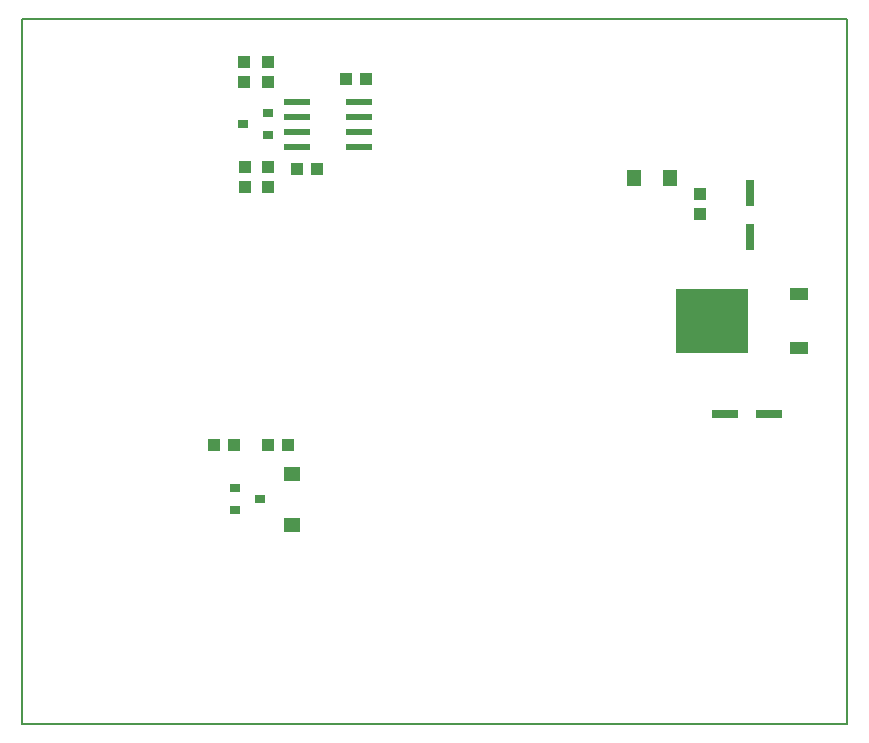
<source format=gtp>
G75*
%MOIN*%
%OFA0B0*%
%FSLAX25Y25*%
%IPPOS*%
%LPD*%
%AMOC8*
5,1,8,0,0,1.08239X$1,22.5*
%
%ADD10C,0.00800*%
%ADD11R,0.08700X0.02400*%
%ADD12R,0.03937X0.04331*%
%ADD13R,0.04331X0.03937*%
%ADD14R,0.03543X0.03150*%
%ADD15R,0.24409X0.21260*%
%ADD16R,0.06299X0.03937*%
%ADD17R,0.02559X0.08661*%
%ADD18R,0.08661X0.02559*%
%ADD19R,0.04724X0.05512*%
%ADD20R,0.05787X0.05000*%
D10*
X0001500Y0001500D02*
X0276500Y0001500D01*
X0276500Y0236500D01*
X0001500Y0236500D01*
X0001500Y0001500D01*
D11*
X0093200Y0194000D03*
X0093200Y0199000D03*
X0093200Y0204000D03*
X0093200Y0209000D03*
X0113800Y0209000D03*
X0113800Y0204000D03*
X0113800Y0199000D03*
X0113800Y0194000D03*
D12*
X0083500Y0187346D03*
X0083500Y0180654D03*
X0076000Y0180654D03*
X0076000Y0187346D03*
X0075500Y0215654D03*
X0075500Y0222346D03*
X0083500Y0222346D03*
X0083500Y0215654D03*
X0227500Y0178346D03*
X0227500Y0171654D03*
D13*
X0116346Y0216500D03*
X0109654Y0216500D03*
X0099846Y0186500D03*
X0093154Y0186500D03*
X0090346Y0094500D03*
X0083654Y0094500D03*
X0072346Y0094500D03*
X0065654Y0094500D03*
D14*
X0072563Y0080240D03*
X0072563Y0072760D03*
X0080831Y0076500D03*
X0083437Y0197760D03*
X0083437Y0205240D03*
X0075169Y0201500D03*
D15*
X0231657Y0136000D03*
D16*
X0260398Y0127024D03*
X0260398Y0144976D03*
D17*
X0244213Y0164020D03*
X0244213Y0178587D03*
D18*
X0250587Y0104787D03*
X0236020Y0104787D03*
D19*
X0217406Y0183500D03*
X0205594Y0183500D03*
D20*
X0091500Y0084965D03*
X0091500Y0068035D03*
M02*

</source>
